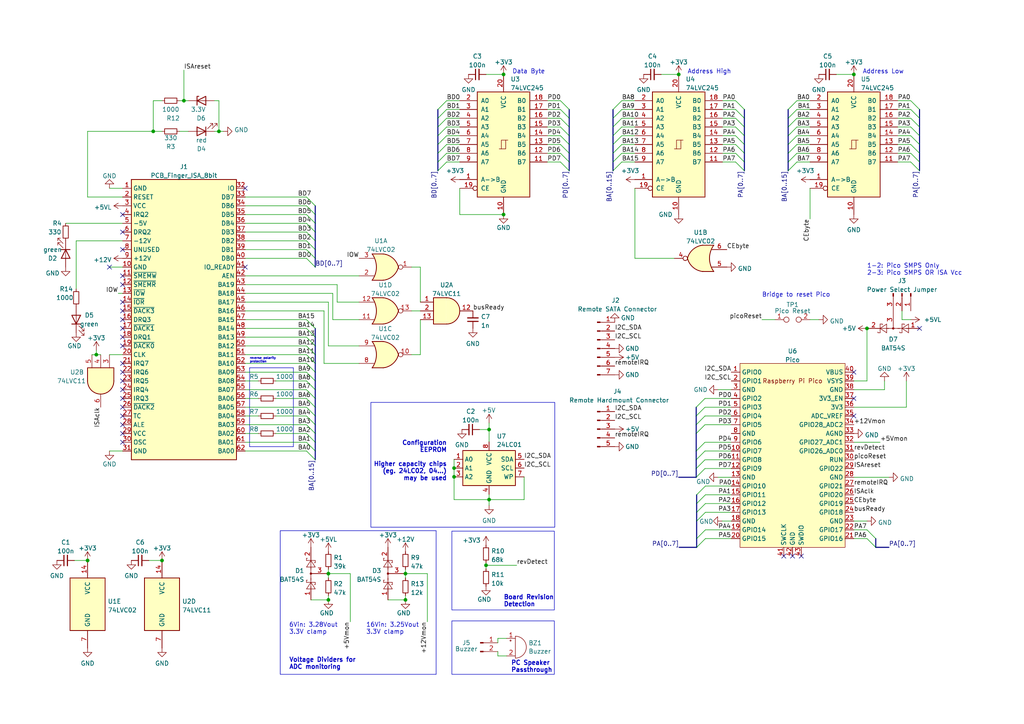
<source format=kicad_sch>
(kicad_sch (version 20230121) (generator eeschema)
  (paper "A4")
  (title_block (title "PicoPOST v1.1") (date "2024-01-21") (rev "0.8") (company "The Retro Web Community") (comment 1 "Schematic by Matthew Petry (fireTwoOneNine) and other contributors"))
  (junction (at 25.4 162.56))
  (junction (at 117.602 166.37))
  (junction (at 44.45 38.1))
  (junction (at 196.85 21.59))
  (junction (at 46.99 162.56))
  (junction (at 141.859 124.587))
  (junction (at 117.602 173.99))
  (junction (at 63.5 38.1))
  (junction (at 95.25 173.99))
  (junction (at 247.65 21.59))
  (junction (at 53.34 29.21))
  (junction (at 140.97 163.957))
  (junction (at 146.05 21.59))
  (junction (at 27.94 102.87))
  (junction (at 251.46 95.25))
  (junction (at 131.699 138.303))
  (junction (at 95.25 166.37))
  (junction (at 131.699 135.763))
  (junction (at 146.05 62.23))
  (junction (at 141.859 144.907))
  (no_connect (at 35.56 107.95))
  (no_connect (at 31.75 77.47))
  (no_connect (at 35.56 97.79))
  (no_connect (at 71.12 77.47))
  (no_connect (at 71.12 54.61))
  (no_connect (at 35.56 115.57))
  (no_connect (at 35.56 80.01))
  (no_connect (at 247.65 115.57))
  (no_connect (at 35.56 110.49))
  (no_connect (at 35.56 120.65))
  (no_connect (at 35.56 92.71))
  (no_connect (at 35.56 105.41))
  (no_connect (at 35.56 123.19))
  (no_connect (at 35.56 118.11))
  (no_connect (at 35.56 100.33))
  (no_connect (at 35.56 87.63))
  (no_connect (at 35.56 128.27))
  (no_connect (at 227.33 161.29))
  (no_connect (at 229.87 161.29))
  (no_connect (at 232.41 161.29))
  (no_connect (at 266.7 95.25))
  (no_connect (at 247.65 120.65))
  (no_connect (at 35.56 125.73))
  (no_connect (at 35.56 82.55))
  (no_connect (at 35.56 62.23))
  (no_connect (at 35.56 90.17))
  (no_connect (at 35.56 95.25))
  (no_connect (at 35.56 72.39))
  (no_connect (at 247.65 107.95))
  (no_connect (at 35.56 113.03))
  (no_connect (at 35.56 67.31))
  (bus_entry (at 213.36 36.83) (size 2.54 2.54))
  (bus_entry (at 213.36 34.29) (size 2.54 2.54))
  (bus_entry (at 264.16 34.29) (size 2.54 2.54))
  (bus_entry (at 88.9 59.69) (size 2.54 2.54))
  (bus_entry (at 231.14 44.45) (size -2.54 2.54))
  (bus_entry (at 213.36 46.99) (size 2.54 2.54))
  (bus_entry (at 264.16 41.91) (size 2.54 2.54))
  (bus_entry (at 213.36 29.21) (size 2.54 2.54))
  (bus_entry (at 88.9 128.27) (size 2.54 2.54))
  (bus_entry (at 88.9 113.03) (size 2.54 2.54))
  (bus_entry (at 231.14 31.75) (size -2.54 2.54))
  (bus_entry (at 213.36 39.37) (size 2.54 2.54))
  (bus_entry (at 231.14 39.37) (size -2.54 2.54))
  (bus_entry (at 231.14 46.99) (size -2.54 2.54))
  (bus_entry (at 202.057 151.13) (size 2.54 -2.54))
  (bus_entry (at 88.9 118.11) (size 2.54 2.54))
  (bus_entry (at 88.9 72.39) (size 2.54 2.54))
  (bus_entry (at 202.057 146.05) (size 2.54 -2.54))
  (bus_entry (at 264.16 29.21) (size 2.54 2.54))
  (bus_entry (at 129.54 46.99) (size -2.54 2.54))
  (bus_entry (at 129.54 44.45) (size -2.54 2.54))
  (bus_entry (at 129.54 34.29) (size -2.54 2.54))
  (bus_entry (at 129.54 36.83) (size -2.54 2.54))
  (bus_entry (at 129.54 39.37) (size -2.54 2.54))
  (bus_entry (at 129.54 41.91) (size -2.54 2.54))
  (bus_entry (at 88.9 105.41) (size 2.54 2.54))
  (bus_entry (at 129.54 31.75) (size -2.54 2.54))
  (bus_entry (at 88.9 67.31) (size 2.54 2.54))
  (bus_entry (at 88.9 110.49) (size 2.54 2.54))
  (bus_entry (at 180.34 46.99) (size -2.54 2.54))
  (bus_entry (at 180.34 44.45) (size -2.54 2.54))
  (bus_entry (at 180.34 39.37) (size -2.54 2.54))
  (bus_entry (at 180.34 41.91) (size -2.54 2.54))
  (bus_entry (at 180.34 31.75) (size -2.54 2.54))
  (bus_entry (at 180.34 34.29) (size -2.54 2.54))
  (bus_entry (at 180.34 29.21) (size -2.54 2.54))
  (bus_entry (at 180.34 36.83) (size -2.54 2.54))
  (bus_entry (at 88.9 115.57) (size 2.54 2.54))
  (bus_entry (at 88.9 100.33) (size 2.54 2.54))
  (bus_entry (at 264.16 39.37) (size 2.54 2.54))
  (bus_entry (at 264.16 44.45) (size 2.54 2.54))
  (bus_entry (at 88.9 92.71) (size 2.54 2.54))
  (bus_entry (at 213.36 44.45) (size 2.54 2.54))
  (bus_entry (at 88.9 102.87) (size 2.54 2.54))
  (bus_entry (at 204.597 156.21) (size -2.54 2.54))
  (bus_entry (at 204.597 153.67) (size -2.54 2.54))
  (bus_entry (at 88.9 95.25) (size 2.54 2.54))
  (bus_entry (at 88.9 69.85) (size 2.54 2.54))
  (bus_entry (at 231.14 41.91) (size -2.54 2.54))
  (bus_entry (at 201.93 130.81) (size 2.54 -2.54))
  (bus_entry (at 201.93 125.73) (size 2.54 -2.54))
  (bus_entry (at 201.93 133.35) (size 2.54 -2.54))
  (bus_entry (at 201.93 118.11) (size 2.54 -2.54))
  (bus_entry (at 201.93 123.19) (size 2.54 -2.54))
  (bus_entry (at 201.93 120.65) (size 2.54 -2.54))
  (bus_entry (at 201.93 138.43) (size 2.54 -2.54))
  (bus_entry (at 201.93 135.89) (size 2.54 -2.54))
  (bus_entry (at 162.56 41.91) (size 2.54 2.54))
  (bus_entry (at 162.56 29.21) (size 2.54 2.54))
  (bus_entry (at 162.56 31.75) (size 2.54 2.54))
  (bus_entry (at 162.56 34.29) (size 2.54 2.54))
  (bus_entry (at 162.56 36.83) (size 2.54 2.54))
  (bus_entry (at 162.56 39.37) (size 2.54 2.54))
  (bus_entry (at 162.56 44.45) (size 2.54 2.54))
  (bus_entry (at 162.56 46.99) (size 2.54 2.54))
  (bus_entry (at 264.16 36.83) (size 2.54 2.54))
  (bus_entry (at 202.057 148.59) (size 2.54 -2.54))
  (bus_entry (at 88.9 64.77) (size 2.54 2.54))
  (bus_entry (at 88.9 130.81) (size 2.54 2.54))
  (bus_entry (at 88.9 57.15) (size 2.54 2.54))
  (bus_entry (at 88.9 62.23) (size 2.54 2.54))
  (bus_entry (at 88.9 97.79) (size 2.54 2.54))
  (bus_entry (at 202.057 143.51) (size 2.54 -2.54))
  (bus_entry (at 264.16 46.99) (size 2.54 2.54))
  (bus_entry (at 264.16 31.75) (size 2.54 2.54))
  (bus_entry (at 231.14 29.21) (size -2.54 2.54))
  (bus_entry (at 88.9 123.19) (size 2.54 2.54))
  (bus_entry (at 251.46 156.21) (size 2.54 2.54))
  (bus_entry (at 251.46 153.67) (size 2.54 2.54))
  (bus_entry (at 127 31.75) (size 2.54 -2.54))
  (bus_entry (at 213.36 41.91) (size 2.54 2.54))
  (bus_entry (at 88.9 120.65) (size 2.54 2.54))
  (bus_entry (at 213.36 31.75) (size 2.54 2.54))
  (bus_entry (at 88.9 125.73) (size 2.54 2.54))
  (bus_entry (at 231.14 36.83) (size -2.54 2.54))
  (bus_entry (at 88.9 107.95) (size 2.54 2.54))
  (bus_entry (at 231.14 34.29) (size -2.54 2.54))
  (bus_entry (at 88.9 74.93) (size 2.54 2.54))
  (wire (pts (xy 101.6 166.37) (xy 101.6 180.34)))
  (wire (pts (xy 71.12 118.11) (xy 88.9 118.11)))
  (wire (pts (xy 117.602 173.99) (xy 117.602 172.72)))
  (bus (pts (xy 165.1 36.83) (xy 165.1 39.37)))
  (wire (pts (xy 80.01 120.65) (xy 88.9 120.65)))
  (wire (pts (xy 140.97 21.59) (xy 146.05 21.59)))
  (polyline (pts (xy 72.39 106.68) (xy 72.39 129.54)))
  (wire (pts (xy 31.75 54.61) (xy 35.56 54.61)))
  (wire (pts (xy 62.23 38.1) (xy 63.5 38.1)))
  (wire (pts (xy 96.52 85.09) (xy 96.52 92.71)))
  (wire (pts (xy 251.46 153.67) (xy 247.65 153.67)))
  (wire (pts (xy 71.12 125.73) (xy 74.93 125.73)))
  (wire (pts (xy 95.25 166.37) (xy 101.6 166.37)))
  (wire (pts (xy 71.12 85.09) (xy 96.52 85.09)))
  (wire (pts (xy 95.25 173.99) (xy 95.25 172.72)))
  (bus (pts (xy 91.44 110.49) (xy 91.44 113.03)))
  (wire (pts (xy 31.75 77.47) (xy 35.56 77.47)))
  (bus (pts (xy 91.44 120.65) (xy 91.44 123.19)))
  (bus (pts (xy 91.44 125.73) (xy 91.44 128.27)))
  (wire (pts (xy 158.75 41.91) (xy 162.56 41.91)))
  (wire (pts (xy 71.12 110.49) (xy 74.93 110.49)))
  (wire (pts (xy 247.65 151.13) (xy 251.46 151.13)))
  (wire (pts (xy 180.34 41.91) (xy 184.15 41.91)))
  (bus (pts (xy 201.93 133.35) (xy 201.93 135.89)))
  (wire (pts (xy 209.55 29.21) (xy 213.36 29.21)))
  (wire (pts (xy 231.14 44.45) (xy 234.95 44.45)))
  (wire (pts (xy 133.35 54.61) (xy 133.35 62.23)))
  (wire (pts (xy 71.12 120.65) (xy 74.93 120.65)))
  (wire (pts (xy 231.14 39.37) (xy 234.95 39.37)))
  (bus (pts (xy 266.7 34.29) (xy 266.7 36.83)))
  (wire (pts (xy 71.12 113.03) (xy 88.9 113.03)))
  (wire (pts (xy 158.75 44.45) (xy 162.56 44.45)))
  (wire (pts (xy 35.56 85.09) (xy 34.29 85.09)))
  (bus (pts (xy 91.44 130.81) (xy 91.44 133.35)))
  (wire (pts (xy 204.47 133.35) (xy 212.09 133.35)))
  (bus (pts (xy 91.44 105.41) (xy 91.44 107.95)))
  (wire (pts (xy 71.12 74.93) (xy 88.9 74.93)))
  (wire (pts (xy 204.47 118.11) (xy 212.09 118.11)))
  (wire (pts (xy 71.12 90.17) (xy 93.98 90.17)))
  (wire (pts (xy 93.98 105.41) (xy 104.14 105.41)))
  (bus (pts (xy 196.977 158.75) (xy 202.057 158.75)))
  (bus (pts (xy 215.9 31.75) (xy 215.9 34.29)))
  (wire (pts (xy 71.12 59.69) (xy 88.9 59.69)))
  (wire (pts (xy 95.25 87.63) (xy 95.25 100.33)))
  (bus (pts (xy 91.44 67.31) (xy 91.44 64.77)))
  (bus (pts (xy 91.44 69.85) (xy 91.44 67.31)))
  (bus (pts (xy 165.1 46.99) (xy 165.1 49.53)))
  (wire (pts (xy 242.57 21.59) (xy 247.65 21.59)))
  (wire (pts (xy 71.12 80.01) (xy 104.14 80.01)))
  (wire (pts (xy 71.12 72.39) (xy 88.9 72.39)))
  (bus (pts (xy 127 44.45) (xy 127 46.99)))
  (wire (pts (xy 234.95 54.61) (xy 234.95 63.5)))
  (wire (pts (xy 180.34 29.21) (xy 184.15 29.21)))
  (wire (pts (xy 97.79 82.55) (xy 71.12 82.55)))
  (wire (pts (xy 204.47 115.57) (xy 212.09 115.57)))
  (bus (pts (xy 202.057 151.13) (xy 202.057 156.21)))
  (wire (pts (xy 247.65 138.43) (xy 257.81 138.43)))
  (wire (pts (xy 71.12 130.81) (xy 88.9 130.81)))
  (wire (pts (xy 131.699 133.223) (xy 131.699 135.763)))
  (wire (pts (xy 260.35 44.45) (xy 264.16 44.45)))
  (wire (pts (xy 180.34 34.29) (xy 184.15 34.29)))
  (wire (pts (xy 158.75 46.99) (xy 162.56 46.99)))
  (bus (pts (xy 177.8 46.99) (xy 177.8 49.53)))
  (wire (pts (xy 209.55 39.37) (xy 213.36 39.37)))
  (wire (pts (xy 62.23 29.21) (xy 63.5 29.21)))
  (wire (pts (xy 71.12 92.71) (xy 88.9 92.71)))
  (wire (pts (xy 140.97 163.957) (xy 140.97 164.973)))
  (bus (pts (xy 266.7 31.75) (xy 266.7 34.29)))
  (wire (pts (xy 260.35 41.91) (xy 264.16 41.91)))
  (bus (pts (xy 215.9 46.99) (xy 215.9 49.53)))
  (wire (pts (xy 129.54 41.91) (xy 133.35 41.91)))
  (wire (pts (xy 261.62 90.17) (xy 261.62 92.71)))
  (wire (pts (xy 119.38 77.47) (xy 121.92 77.47)))
  (wire (pts (xy 209.55 44.45) (xy 213.36 44.45)))
  (wire (pts (xy 152.019 138.303) (xy 152.019 144.907)))
  (wire (pts (xy 43.18 162.56) (xy 46.99 162.56)))
  (wire (pts (xy 46.99 29.21) (xy 44.45 29.21)))
  (wire (pts (xy 204.47 123.19) (xy 212.09 123.19)))
  (wire (pts (xy 133.35 62.23) (xy 146.05 62.23)))
  (bus (pts (xy 127 39.37) (xy 127 41.91)))
  (bus (pts (xy 177.8 31.75) (xy 177.8 34.29)))
  (wire (pts (xy 25.4 57.15) (xy 35.56 57.15)))
  (wire (pts (xy 208.28 138.43) (xy 212.09 138.43)))
  (bus (pts (xy 165.1 39.37) (xy 165.1 41.91)))
  (wire (pts (xy 27.94 102.87) (xy 29.21 102.87)))
  (wire (pts (xy 54.61 38.1) (xy 52.07 38.1)))
  (wire (pts (xy 180.34 39.37) (xy 184.15 39.37)))
  (wire (pts (xy 46.99 38.1) (xy 44.45 38.1)))
  (wire (pts (xy 204.47 130.81) (xy 212.09 130.81)))
  (bus (pts (xy 127 31.75) (xy 127 34.29)))
  (wire (pts (xy 71.12 100.33) (xy 88.9 100.33)))
  (bus (pts (xy 202.057 148.59) (xy 202.057 151.13)))
  (wire (pts (xy 140.97 163.195) (xy 140.97 163.957)))
  (wire (pts (xy 71.12 69.85) (xy 88.9 69.85)))
  (wire (pts (xy 71.12 105.41) (xy 88.9 105.41)))
  (bus (pts (xy 196.85 138.43) (xy 201.93 138.43)))
  (wire (pts (xy 35.56 69.85) (xy 22.098 69.85)))
  (wire (pts (xy 25.4 38.1) (xy 44.45 38.1)))
  (bus (pts (xy 254 156.21) (xy 254 158.75)))
  (bus (pts (xy 201.93 135.89) (xy 201.93 138.43)))
  (wire (pts (xy 204.597 156.21) (xy 212.09 156.21)))
  (wire (pts (xy 184.15 74.93) (xy 195.58 74.93)))
  (wire (pts (xy 231.14 36.83) (xy 234.95 36.83)))
  (wire (pts (xy 71.12 97.79) (xy 88.9 97.79)))
  (wire (pts (xy 80.01 115.57) (xy 88.9 115.57)))
  (bus (pts (xy 202.057 156.21) (xy 202.057 158.75)))
  (wire (pts (xy 129.54 44.45) (xy 133.35 44.45)))
  (wire (pts (xy 54.61 29.21) (xy 53.34 29.21)))
  (wire (pts (xy 95.25 166.37) (xy 95.25 167.64)))
  (wire (pts (xy 209.55 34.29) (xy 213.36 34.29)))
  (wire (pts (xy 158.75 39.37) (xy 162.56 39.37)))
  (bus (pts (xy 91.44 64.77) (xy 91.44 62.23)))
  (wire (pts (xy 191.77 21.59) (xy 196.85 21.59)))
  (wire (pts (xy 141.859 122.682) (xy 141.859 124.587)))
  (wire (pts (xy 212.09 151.13) (xy 209.423 151.13)))
  (bus (pts (xy 266.7 39.37) (xy 266.7 41.91)))
  (bus (pts (xy 228.6 39.37) (xy 228.6 41.91)))
  (bus (pts (xy 266.7 41.91) (xy 266.7 44.45)))
  (bus (pts (xy 177.8 41.91) (xy 177.8 44.45)))
  (wire (pts (xy 95.25 100.33) (xy 104.14 100.33)))
  (polyline (pts (xy 126.492 153.924) (xy 126.492 195.58)))
  (bus (pts (xy 91.44 62.23) (xy 91.44 59.69)))
  (wire (pts (xy 31.75 130.81) (xy 35.56 130.81)))
  (bus (pts (xy 91.44 102.87) (xy 91.44 105.41)))
  (wire (pts (xy 204.47 120.65) (xy 212.09 120.65)))
  (bus (pts (xy 228.6 31.75) (xy 228.6 34.29)))
  (wire (pts (xy 71.12 115.57) (xy 74.93 115.57)))
  (wire (pts (xy 22.098 69.85) (xy 22.098 83.82)))
  (wire (pts (xy 212.09 140.97) (xy 204.597 140.97)))
  (wire (pts (xy 141.859 146.558) (xy 141.859 144.907)))
  (bus (pts (xy 91.44 95.25) (xy 91.44 97.79)))
  (wire (pts (xy 71.12 107.95) (xy 88.9 107.95)))
  (wire (pts (xy 204.47 135.89) (xy 212.09 135.89)))
  (wire (pts (xy 152.019 144.907) (xy 141.859 144.907)))
  (bus (pts (xy 215.9 44.45) (xy 215.9 46.99)))
  (wire (pts (xy 93.98 90.17) (xy 93.98 105.41)))
  (wire (pts (xy 231.14 29.21) (xy 234.95 29.21)))
  (wire (pts (xy 209.55 31.75) (xy 213.36 31.75)))
  (wire (pts (xy 129.54 36.83) (xy 133.35 36.83)))
  (bus (pts (xy 201.93 130.81) (xy 201.93 133.35)))
  (bus (pts (xy 91.44 100.33) (xy 91.44 102.87)))
  (bus (pts (xy 165.1 41.91) (xy 165.1 44.45)))
  (wire (pts (xy 180.34 31.75) (xy 184.15 31.75)))
  (polyline (pts (xy 81.28 153.924) (xy 126.492 153.924)))
  (wire (pts (xy 141.859 124.587) (xy 141.859 128.143)))
  (wire (pts (xy 251.46 156.21) (xy 247.65 156.21)))
  (wire (pts (xy 149.86 163.957) (xy 140.97 163.957)))
  (wire (pts (xy 141.859 144.907) (xy 141.859 143.383)))
  (wire (pts (xy 71.12 64.77) (xy 88.9 64.77)))
  (bus (pts (xy 266.7 46.99) (xy 266.7 49.53)))
  (wire (pts (xy 129.54 39.37) (xy 133.35 39.37)))
  (wire (pts (xy 117.602 166.37) (xy 117.602 167.64)))
  (bus (pts (xy 127 36.83) (xy 127 39.37)))
  (wire (pts (xy 256.54 113.03) (xy 256.54 110.49)))
  (bus (pts (xy 91.44 97.79) (xy 91.44 100.33)))
  (wire (pts (xy 231.14 46.99) (xy 234.95 46.99)))
  (wire (pts (xy 71.12 67.31) (xy 88.9 67.31)))
  (bus (pts (xy 266.7 44.45) (xy 266.7 46.99)))
  (wire (pts (xy 231.14 31.75) (xy 234.95 31.75)))
  (bus (pts (xy 215.9 39.37) (xy 215.9 41.91)))
  (bus (pts (xy 91.44 72.39) (xy 91.44 69.85)))
  (bus (pts (xy 266.7 36.83) (xy 266.7 39.37)))
  (polyline (pts (xy 72.39 106.68) (xy 85.09 106.68)))
  (wire (pts (xy 71.12 57.15) (xy 88.9 57.15)))
  (wire (pts (xy 71.12 95.25) (xy 88.9 95.25)))
  (wire (pts (xy 119.38 90.17) (xy 121.92 90.17)))
  (wire (pts (xy 27.94 102.87) (xy 26.67 102.87)))
  (wire (pts (xy 129.54 31.75) (xy 133.35 31.75)))
  (wire (pts (xy 97.79 87.63) (xy 97.79 82.55)))
  (bus (pts (xy 202.057 143.51) (xy 202.057 146.05)))
  (bus (pts (xy 228.6 46.99) (xy 228.6 49.53)))
  (polyline (pts (xy 72.39 129.54) (xy 85.09 129.54)))
  (wire (pts (xy 180.34 36.83) (xy 184.15 36.83)))
  (bus (pts (xy 228.6 41.91) (xy 228.6 44.45)))
  (wire (pts (xy 121.92 102.87) (xy 121.92 92.71)))
  (wire (pts (xy 247.65 113.03) (xy 256.54 113.03)))
  (wire (pts (xy 261.62 92.71) (xy 264.16 92.71)))
  (wire (pts (xy 129.54 34.29) (xy 133.35 34.29)))
  (wire (pts (xy 96.52 92.71) (xy 104.14 92.71)))
  (wire (pts (xy 260.35 39.37) (xy 264.16 39.37)))
  (bus (pts (xy 91.44 128.27) (xy 91.44 130.81)))
  (bus (pts (xy 228.6 36.83) (xy 228.6 39.37)))
  (wire (pts (xy 212.09 148.59) (xy 204.597 148.59)))
  (wire (pts (xy 212.09 146.05) (xy 204.597 146.05)))
  (wire (pts (xy 180.34 44.45) (xy 184.15 44.45)))
  (wire (pts (xy 158.75 29.21) (xy 162.56 29.21)))
  (wire (pts (xy 129.54 29.21) (xy 133.35 29.21)))
  (bus (pts (xy 127 34.29) (xy 127 36.83)))
  (wire (pts (xy 131.699 144.907) (xy 141.859 144.907)))
  (wire (pts (xy 247.65 128.27) (xy 255.27 128.27)))
  (wire (pts (xy 117.602 165.1) (xy 117.602 166.37)))
  (polyline (pts (xy 81.28 195.58) (xy 126.492 195.58)))
  (wire (pts (xy 158.75 36.83) (xy 162.56 36.83)))
  (bus (pts (xy 215.9 41.91) (xy 215.9 44.45)))
  (bus (pts (xy 177.8 36.83) (xy 177.8 39.37)))
  (bus (pts (xy 91.44 77.47) (xy 91.44 74.93)))
  (wire (pts (xy 71.12 128.27) (xy 88.9 128.27)))
  (bus (pts (xy 202.057 146.05) (xy 202.057 148.59)))
  (bus (pts (xy 165.1 44.45) (xy 165.1 46.99)))
  (wire (pts (xy 212.09 143.51) (xy 204.597 143.51)))
  (wire (pts (xy 144.399 188.976) (xy 144.399 190.246)))
  (bus (pts (xy 177.8 44.45) (xy 177.8 46.99)))
  (bus (pts (xy 201.93 120.65) (xy 201.93 123.19)))
  (wire (pts (xy 139.065 124.587) (xy 141.859 124.587)))
  (bus (pts (xy 91.44 118.11) (xy 91.44 120.65)))
  (bus (pts (xy 228.6 44.45) (xy 228.6 46.99)))
  (bus (pts (xy 254 158.75) (xy 257.81 158.75)))
  (bus (pts (xy 215.9 34.29) (xy 215.9 36.83)))
  (bus (pts (xy 91.44 107.95) (xy 91.44 110.49)))
  (wire (pts (xy 180.34 46.99) (xy 184.15 46.99)))
  (wire (pts (xy 71.12 123.19) (xy 88.9 123.19)))
  (bus (pts (xy 177.8 39.37) (xy 177.8 41.91)))
  (wire (pts (xy 231.14 41.91) (xy 234.95 41.91)))
  (wire (pts (xy 144.399 186.436) (xy 144.399 185.166)))
  (wire (pts (xy 209.55 41.91) (xy 213.36 41.91)))
  (bus (pts (xy 91.44 74.93) (xy 91.44 72.39)))
  (wire (pts (xy 97.79 87.63) (xy 104.14 87.63)))
  (wire (pts (xy 19.05 64.77) (xy 35.56 64.77)))
  (wire (pts (xy 184.15 54.61) (xy 184.15 74.93)))
  (bus (pts (xy 201.93 125.73) (xy 201.93 130.81)))
  (wire (pts (xy 121.92 77.47) (xy 121.92 87.63)))
  (wire (pts (xy 251.46 110.49) (xy 251.46 95.25)))
  (wire (pts (xy 25.4 57.15) (xy 25.4 38.1)))
  (wire (pts (xy 262.89 118.11) (xy 247.65 118.11)))
  (bus (pts (xy 91.44 123.19) (xy 91.44 125.73)))
  (polyline (pts (xy 85.09 129.54) (xy 85.09 106.68)))
  (wire (pts (xy 119.38 102.87) (xy 121.92 102.87)))
  (wire (pts (xy 27.94 101.6) (xy 27.94 102.87)))
  (wire (pts (xy 123.952 166.37) (xy 123.952 180.34)))
  (wire (pts (xy 80.01 110.49) (xy 88.9 110.49)))
  (bus (pts (xy 165.1 34.29) (xy 165.1 36.83)))
  (wire (pts (xy 53.34 29.21) (xy 53.34 20.32)))
  (wire (pts (xy 234.95 92.71) (xy 237.49 92.71)))
  (wire (pts (xy 117.602 166.37) (xy 123.952 166.37)))
  (bus (pts (xy 201.93 118.11) (xy 201.93 120.65)))
  (wire (pts (xy 63.5 38.1) (xy 64.77 38.1)))
  (wire (pts (xy 260.35 34.29) (xy 264.16 34.29)))
  (wire (pts (xy 247.65 110.49) (xy 251.46 110.49)))
  (wire (pts (xy 53.34 29.21) (xy 52.07 29.21)))
  (wire (pts (xy 131.699 135.763) (xy 131.699 138.303)))
  (bus (pts (xy 177.8 34.29) (xy 177.8 36.83)))
  (wire (pts (xy 220.98 92.71) (xy 224.79 92.71)))
  (bus (pts (xy 228.6 34.29) (xy 228.6 36.83)))
  (wire (pts (xy 231.14 34.29) (xy 234.95 34.29)))
  (wire (pts (xy 204.47 128.27) (xy 212.09 128.27)))
  (wire (pts (xy 209.55 36.83) (xy 213.36 36.83)))
  (wire (pts (xy 158.75 34.29) (xy 162.56 34.29)))
  (wire (pts (xy 260.35 46.99) (xy 264.16 46.99)))
  (polyline (pts (xy 81.28 153.924) (xy 81.28 195.58)))
  (bus (pts (xy 165.1 31.75) (xy 165.1 34.29)))
  (wire (pts (xy 209.55 46.99) (xy 213.36 46.99)))
  (bus (pts (xy 127 46.99) (xy 127 49.53)))
  (bus (pts (xy 91.44 115.57) (xy 91.44 118.11)))
  (bus (pts (xy 201.93 123.19) (xy 201.93 125.73)))
  (wire (pts (xy 90.17 173.99) (xy 95.25 173.99)))
  (wire (pts (xy 144.399 190.246) (xy 146.939 190.246)))
  (bus (pts (xy 127 41.91) (xy 127 44.45)))
  (wire (pts (xy 112.522 173.99) (xy 117.602 173.99)))
  (wire (pts (xy 71.12 87.63) (xy 95.25 87.63)))
  (wire (pts (xy 158.75 31.75) (xy 162.56 31.75)))
  (wire (pts (xy 80.01 125.73) (xy 88.9 125.73)))
  (wire (pts (xy 44.45 38.1) (xy 44.45 29.21)))
  (wire (pts (xy 31.75 102.87) (xy 35.56 102.87)))
  (wire (pts (xy 95.25 165.1) (xy 95.25 166.37)))
  (wire (pts (xy 71.12 102.87) (xy 88.9 102.87)))
  (wire (pts (xy 204.597 153.67) (xy 212.09 153.67)))
  (wire (pts (xy 144.399 185.166) (xy 146.939 185.166)))
  (bus (pts (xy 215.9 36.83) (xy 215.9 39.37)))
  (bus (pts (xy 91.44 113.03) (xy 91.44 115.57)))
  (wire (pts (xy 129.54 46.99) (xy 133.35 46.99)))
  (wire (pts (xy 262.89 110.49) (xy 262.89 118.11)))
  (wire (pts (xy 260.35 36.83) (xy 264.16 36.83)))
  (wire (pts (xy 260.35 31.75) (xy 264.16 31.75)))
  (wire (pts (xy 71.12 62.23) (xy 88.9 62.23)))
  (wire (pts (xy 63.5 38.1) (xy 63.5 29.21)))
  (wire (pts (xy 131.699 138.303) (xy 131.699 144.907)))
  (wire (pts (xy 21.59 162.56) (xy 25.4 162.56)))
  (wire (pts (xy 208.28 113.03) (xy 212.09 113.03)))
  (wire (pts (xy 260.35 29.21) (xy 264.16 29.21)))
  (rectangle (start 131.064 180.086) (end 160.782 195.58))
  (rectangle (start 107.569 116.713) (end 160.909 152.908))
  (rectangle (start 131.064 154.051) (end 160.782 176.911))
  (text "6Vin: 3.28Vout\n3.3V clamp" (at 83.82 184.15 0) (effects (font (size 1.27 1.27)) (justify left bottom)))
  (text "Configuration\nEEPROM\n\nHigher capacity chips\n(eg. 24LC02, 04...)\nmay be used" (at 129.667 139.573 0) (effects (font (size 1.27 1.27) (thickness 0.254) bold) (justify right bottom)))
  (text "Board Revision\nDetection" (at 146.05 176.149 0) (effects (font (size 1.27 1.27) (thickness 0.254) bold) (justify left bottom)))
  (text "Voltage Dividers for\nADC monitoring" (at 83.82 194.31 0) (effects (font (size 1.27 1.27) (thickness 0.254) bold) (justify left bottom)))
  (text "reverse polarity\nprotection" (at 72.39 105.41 0) (effects (font (size 0.635 0.635)) (justify left bottom)))
  (text "Data Byte\n" (at 148.59 21.59 0) (effects (font (size 1.27 1.27)) (justify left bottom)))
  (text "Bridge to reset Pico" (at 220.98 86.36 0) (effects (font (size 1.27 1.27)) (justify left bottom)))
  (text "Address High" (at 199.39 21.59 0) (effects (font (size 1.27 1.27)) (justify left bottom)))
  (text "1-2: Pico SMPS Only\n2-3: Pico SMPS OR ISA Vcc" (at 251.46 80.01 0) (effects (font (size 1.27 1.27)) (justify left bottom)))
  (text "PC Speaker\nPassthrough\n" (at 148.209 195.199 0) (effects (font (size 1.27 1.27) (thickness 0.254) bold) (justify left bottom)))
  (text "Address Low" (at 250.19 21.59 0) (effects (font (size 1.27 1.27)) (justify left bottom)))
  (text "16Vin: 3.25Vout\n3.3V clamp" (at 106.172 184.15 0) (effects (font (size 1.27 1.27)) (justify left bottom)))
  (label "BA[0..15]" (at 91.44 133.35 270))
  (label "BD3" (at 129.54 36.83 0))
  (label "I2C_SCL" (at 152.019 135.763 0))
  (label "BA5" (at 231.14 41.91 0))
  (label "BA11" (at 86.36 102.87 0))
  (label "PA[0..7]" (at 266.7 49.53 270))
  (label "BD5" (at 86.36 62.23 0))
  (label "+5Vmon" (at 101.6 180.34 270))
  (label "PA2" (at 209.55 34.29 0))
  (label "PA0" (at 209.55 29.21 0))
  (label "BA8" (at 86.36 110.49 0))
  (label "PD0" (at 208.28 115.57 0))
  (label "BA7" (at 231.14 46.99 0))
  (label "BA3" (at 231.14 36.83 0))
  (label "PD5" (at 158.75 41.91 0))
  (label "ISAclk" (at 29.21 118.11 270))
  (label "ISAreset" (at 53.34 20.32 0))
  (label "PA[0..7]" (at 257.81 158.75 0))
  (label "BA14" (at 86.36 95.25 0))
  (label "BD6" (at 129.54 44.45 0))
  (label "BD0" (at 86.36 74.93 0))
  (label "CEbyte" (at 234.95 63.5 270))
  (label "PD2" (at 158.75 34.29 0))
  (label "revDetect" (at 247.65 130.81 0))
  (label "PA3" (at 208.28 148.59 0))
  (label "PD4" (at 208.28 128.27 0))
  (label "BA4" (at 86.36 120.65 0))
  (label "PA7" (at 247.65 153.67 0))
  (label "BD2" (at 86.36 69.85 0))
  (label "BA9" (at 86.36 107.95 0))
  (label "PA6" (at 247.65 156.21 0))
  (label "picoReset" (at 220.98 92.71 180))
  (label "PD1" (at 158.75 31.75 0))
  (label "BD[0..7]" (at 91.44 77.47 0))
  (label "I2C_SDA" (at 178.308 119.38 0))
  (label "BA8" (at 180.34 29.21 0))
  (label "I2C_SDA" (at 212.09 107.95 180))
  (label "BA6" (at 231.14 44.45 0))
  (label "BD0" (at 129.54 29.21 0))
  (label "remoteIRQ" (at 178.308 106.172 0))
  (label "PD3" (at 208.28 123.19 0))
  (label "BD3" (at 86.36 67.31 0))
  (label "PA4" (at 209.55 39.37 0))
  (label "+12Vmon" (at 123.952 180.34 270))
  (label "BD6" (at 86.36 59.69 0))
  (label "I2C_SCL" (at 178.308 98.552 0))
  (label "PD3" (at 158.75 36.83 0))
  (label "PA3" (at 260.35 36.83 0))
  (label "BA13" (at 86.36 97.79 0))
  (label "PA7" (at 209.55 46.99 0))
  (label "BA0" (at 231.14 29.21 0))
  (label "ISAreset" (at 247.65 135.89 0))
  (label "PD[0..7]" (at 165.1 49.53 270))
  (label "PA2" (at 260.35 34.29 0))
  (label "IOW" (at 104.14 74.93 180))
  (label "PD5" (at 208.28 130.81 0))
  (label "I2C_SDA" (at 178.308 96.012 0))
  (label "PD7" (at 208.28 135.89 0))
  (label "PD[0..7]" (at 196.85 138.43 180))
  (label "BD5" (at 129.54 41.91 0))
  (label "PA[0..7]" (at 215.9 49.53 270))
  (label "CEbyte" (at 247.65 146.05 0))
  (label "ISAclk" (at 247.65 143.51 0))
  (label "BA2" (at 231.14 34.29 0))
  (label "BA1" (at 86.36 128.27 0))
  (label "PA0" (at 260.35 29.21 0))
  (label "BA1" (at 231.322 31.75 0))
  (label "PA4" (at 260.35 39.37 0))
  (label "+12Vmon" (at 247.65 123.19 0))
  (label "BA14" (at 180.34 44.45 0))
  (label "BA15" (at 86.36 92.71 0))
  (label "BD2" (at 129.54 34.29 0))
  (label "busReady" (at 247.65 148.59 0))
  (label "PD6" (at 158.75 44.45 0))
  (label "BD7" (at 86.36 57.15 0))
  (label "PA1" (at 260.35 31.75 0))
  (label "PA1" (at 208.28 143.51 0))
  (label "remoteIRQ" (at 247.65 140.97 0))
  (label "BA4" (at 231.14 39.37 0))
  (label "BA11" (at 180.34 36.83 0))
  (label "BA0" (at 86.36 130.81 0))
  (label "PA3" (at 209.55 36.83 0))
  (label "BA6" (at 86.36 115.57 0))
  (label "I2C_SCL" (at 212.09 110.49 180))
  (label "BD1" (at 86.36 72.39 0))
  (label "BA7" (at 86.36 113.03 0))
  (label "BA5" (at 86.36 118.11 0))
  (label "IOW" (at 34.29 85.09 180))
  (label "PD2" (at 208.28 120.65 0))
  (label "PD1" (at 208.28 118.11 0))
  (label "BD4" (at 86.36 64.77 0))
  (label "BD1" (at 129.54 31.75 0))
  (label "BA10" (at 180.34 34.29 0))
  (label "BA[0..15]" (at 177.8 49.53 270))
  (label "BA12" (at 86.36 100.33 0))
  (label "PD4" (at 158.75 39.37 0))
  (label "I2C_SDA" (at 152.019 133.223 0))
  (label "PA2" (at 208.28 146.05 0))
  (label "BA10" (at 86.36 105.41 0))
  (label "PA[0..7]" (at 196.977 158.75 180))
  (label "BA9" (at 180.34 31.75 0))
  (label "BD4" (at 129.54 39.37 0))
  (label "PA7" (at 260.35 46.99 0))
  (label "PA4" (at 208.28 153.67 0))
  (label "BA[0..15]" (at 228.6 49.53 270))
  (label "BD[0..7]" (at 127 49.53 270))
  (label "PD7" (at 158.75 46.99 0))
  (label "PA6" (at 260.35 44.45 0))
  (label "BA2" (at 86.36 125.73 0))
  (label "busReady" (at 137.16 90.17 0))
  (label "PA0" (at 208.4558 140.97 0))
  (label "PA5" (at 209.55 41.91 0))
  (label "PA5" (at 260.35 41.91 0))
  (label "BA13" (at 180.34 41.91 0))
  (label "BA3" (at 86.36 123.19 0))
  (label "PD6" (at 208.28 133.35 0))
  (label "remoteIRQ" (at 178.308 127 0))
  (label "CEbyte" (at 210.82 72.39 0))
  (label "PA1" (at 209.55 31.75 0))
  (label "BD7" (at 129.54 46.99 0))
  (label "PD0" (at 158.75 29.21 0))
  (label "+5Vmon" (at 255.27 128.27 0))
  (label "BA15" (at 180.34 46.99 0))
  (label "PA6" (at 209.55 44.45 0))
  (label "revDetect" (at 149.86 163.957 0))
  (label "BA12" (at 180.34 39.37 0))
  (label "picoReset" (at 247.65 133.35 0))
  (label "PA5" (at 208.28 156.21 0))
  (label "I2C_SCL" (at 178.308 121.92 0))
  (symbol (lib_id "Device:R_Small") (at 77.47 125.73 270) (unit 1)
    (property "Reference" "R8" (at 73.66 124.46 90))
    (property "Value" "1000" (at 82.55 124.46 90))
    (property "Footprint" "Resistor_SMD:R_1206_3216Metric_Pad1.30x1.75mm_HandSolder" (effects hide))
  )
  (symbol (lib_id "Device:R_Small") (at 77.47 120.65 270) (unit 1)
    (property "Reference" "R7" (at 73.66 119.38 90))
    (property "Value" "1000" (at 82.55 119.38 90))
    (property "Footprint" "Resistor_SMD:R_1206_3216Metric_Pad1.30x1.75mm_HandSolder" (effects hide))
  )
  (symbol (lib_id "Device:R_Small") (at 77.47 115.57 270) (unit 1)
    (property "Reference" "R6" (at 73.66 114.3 90))
    (property "Value" "1000" (at 82.55 114.3 90))
    (property "Footprint" "Resistor_SMD:R_1206_3216Metric_Pad1.30x1.75mm_HandSolder" (effects hide))
  )
  (symbol (lib_id "Device:R_Small") (at 77.47 110.49 270) (unit 1)
    (property "Reference" "R5" (at 73.66 109.22 90))
    (property "Value" "1000" (at 82.55 109.22 90))
    (property "Footprint" "Resistor_SMD:R_1206_3216Metric_Pad1.30x1.75mm_HandSolder" (effects hide))
  )
  (symbol (lib_id "power:GND") (at 16.51 162.56 0) (unit 1)
    (property "Reference" "#PWR03" (effects hide))
    (property "Value" "GND" (at 16.51 167.0034 0))
  )
  (symbol (lib_id "Device:C_Small") (at 138.43 21.59 90) (unit 1)
    (property "Reference" "C3" (at 138.4363 16.3281 90))
    (property "Value" "100n" (at 138.4363 18.865 90))
    (property "Footprint" "Capacitor_SMD:C_1206_3216Metric_Pad1.33x1.80mm_HandSolder" (effects hide))
  )
  (symbol (lib_id "Device:R_Small") (at 49.53 29.21 270) (unit 1)
    (property "Reference" "R12" (at 48.26 34.29 90) (effects (justify left)))
    (property "Value" "1000" (at 46.99 31.75 90) (effects (justify left)))
    (property "Footprint" "Resistor_SMD:R_1206_3216Metric_Pad1.30x1.75mm_HandSolder" (effects hide))
  )
  (symbol (lib_id "power:GND") (at 146.05 62.23 0) (unit 1)
    (property "Reference" "#PWR07" (effects hide))
    (property "Value" "GND" (at 146.05 66.04 0))
  )
  (symbol (lib_id "power:GND") (at 208.28 138.43 270) (unit 1)
    (property "Reference" "#PWR0116" (effects hide))
    (property "Value" "GND" (at 201.93 139.7 90) (effects (justify left)))
  )
  (symbol (lib_id "power:GND") (at 22.098 96.52 0) (unit 1)
    (property "Reference" "#PWR023" (effects hide))
    (property "Value" "GND" (at 19.558 100.33 0) (effects (justify left)))
  )
  (symbol (lib_id "power:+3.3V") (at 112.522 158.75 0) (unit 1)
    (property "Reference" "#PWR031" (effects hide))
    (property "Value" "+3.3V" (at 112.522 155.1742 0))
  )
  (symbol (lib_id "power:GND") (at 186.69 21.59 0) (unit 1)
    (property "Reference" "#PWR0113" (effects hide))
    (property "Value" "GND" (at 186.69 26.0334 0))
  )
  (symbol (lib_id "Device:R_Small") (at 95.25 170.18 0) (unit 1)
    (property "Reference" "R2" (at 96.7486 169.3453 0) (effects (justify left)))
    (property "Value" "47k" (at 96.7486 171.8822 0) (effects (justify left)))
    (property "Footprint" "Resistor_SMD:R_1206_3216Metric_Pad1.30x1.75mm_HandSolder" (effects hide))
  )
  (symbol (lib_id "power:GND") (at 237.49 21.59 0) (unit 1)
    (property "Reference" "#PWR0112" (effects hide))
    (property "Value" "GND" (at 237.49 26.0334 0))
  )
  (symbol (lib_id "74xx:74LS02") (at 111.76 77.47 0) (mirror x) (unit 1)
    (property "Reference" "U1" (at 110.49 69.85 0))
    (property "Value" "74LVC02" (at 110.49 72.39 0))
    (property "Footprint" "Package_SO:SO-14_3.9x8.65mm_P1.27mm" (effects hide))
    (property "Datasheet" "http://www.ti.com/lit/gpn/sn74ls02" (effects hide))
  )
  (symbol (lib_id "Device:C_Small") (at 189.23 21.59 90) (unit 1)
    (property "Reference" "C4" (at 189.2363 16.3281 90))
    (property "Value" "100n" (at 189.2363 18.865 90))
    (property "Footprint" "Capacitor_SMD:C_1206_3216Metric_Pad1.33x1.80mm_HandSolder" (effects hide))
  )
  (symbol (lib_id "power:GND") (at 251.46 151.13 90) (unit 1)
    (property "Reference" "#PWR0109" (effects hide))
    (property "Value" "GND" (at 254.635 151.5638 90) (effects (justify right)))
  )
  (symbol (lib_id "power:+3.3V") (at 262.89 110.49 0) (unit 1)
    (property "Reference" "#PWR020" (effects hide))
    (property "Value" "+3.3V" (at 262.89 106.9142 0))
  )
  (symbol (lib_id "power:GND") (at 247.65 62.23 0) (unit 1)
    (property "Reference" "#PWR011" (effects hide))
    (property "Value" "GND" (at 247.65 66.6734 0))
  )
  (symbol (lib_id "Device:R_Small") (at 19.05 67.31 180) (unit 1)
    (property "Reference" "R4" (at 15.24 64.77 0) (effects (justify right)))
    (property "Value" "330" (at 13.97 67.31 0) (effects (justify right)))
    (property "Footprint" "Resistor_SMD:R_1206_3216Metric_Pad1.30x1.75mm_HandSolder" (effects hide))
  )
  (symbol (lib_id "power:GND") (at 19.05 77.47 0) (unit 1)
    (property "Reference" "#PWR021" (effects hide))
    (property "Value" "GND" (at 13.208 79.248 0) (effects (justify left)))
  )
  (symbol (lib_id "power:+3.3V") (at 140.97 158.115 0) (unit 1)
    (property "Reference" "#PWR018" (effects hide))
    (property "Value" "+3.3V" (at 136.779 156.718 0))
  )
  (symbol (lib_id "Device:LED") (at 22.098 92.71 90) (unit 1)
    (property "Reference" "D5" (at 25.908 91.44 90))
    (property "Value" "green" (at 25.908 93.98 90))
    (property "Footprint" "LED_THT:LED_D3.0mm" (effects hide))
  )
  (symbol (lib_id "74xx:74HC02") (at 111.76 102.87 0) (mirror x) (unit 3)
    (property "Reference" "U1" (at 111.76 95.3602 0))
    (property "Value" "74LVC02" (at 111.76 97.8971 0))
    (property "Footprint" "Package_SO:SO-14_3.9x8.65mm_P1.27mm" (effects hide))
    (property "Datasheet" "http://www.ti.com/lit/gpn/sn74hc02" (effects hide))
  )
  (symbol (lib_id "Diode:BAT54S") (at 259.08 95.25 180) (unit 1)
    (property "Reference" "D7" (at 259.08 98.4234 0))
    (property "Value" "BAT54S" (at 259.08 100.9603 0))
    (property "Footprint" "Package_TO_SOT_SMD:SOT-23_Handsoldering" (effects hide))
    (property "Datasheet" "https://www.diodes.com/assets/Datasheets/ds11005.pdf" (effects hide))
  )
  (symbol (lib_id "74xx:74HC02") (at 111.76 90.17 0) (mirror x) (unit 4)
    (property "Reference" "U1" (at 111.76 82.6602 0))
    (property "Value" "74LVC02" (at 111.76 85.1971 0))
    (property "Footprint" "Package_SO:SO-14_3.9x8.65mm_P1.27mm" (effects hide))
    (property "Datasheet" "http://www.ti.com/lit/gpn/sn74hc02" (effects hide))
  )
  (symbol (lib_id "Device:C_Small") (at 136.525 124.587 270) (mirror x) (unit 1)
    (property "Reference" "C2" (at 136.5187 119.3251 90))
    (property "Value" "100n" (at 136.5187 121.862 90))
    (property "Footprint" "Capacitor_SMD:C_1206_3216Metric_Pad1.33x1.80mm_HandSolder" (effects hide))
  )
  (symbol (lib_id "Device:R_Small") (at 117.602 162.56 0) (unit 1)
    (property "Reference" "R9" (at 119.1006 161.7253 0) (effects (justify left)))
    (property "Value" "47k" (at 119.1006 164.2622 0) (effects (justify left)))
    (property "Footprint" "Resistor_SMD:R_1206_3216Metric_Pad1.30x1.75mm_HandSolder" (effects hide))
  )
  (symbol (lib_id "Device:R_Small") (at 140.97 160.655 0) (unit 1)
    (property "Reference" "R10" (at 142.4686 159.8203 0) (effects (justify left)))
    (property "Value" "68k" (at 142.4686 162.3572 0) (effects (justify left)))
    (property "Footprint" "Resistor_SMD:R_1206_3216Metric_Pad1.30x1.75mm_HandSolder" (effects hide))
  )
  (symbol (lib_id "power:+3.3V") (at 234.95 52.07 90) (unit 1)
    (property "Reference" "#PWR010" (effects hide))
    (property "Value" "+3.3V" (at 236.22 49.53 90) (effects (justify left)))
  )
  (symbol (lib_id "Diode:BAT54S") (at 112.522 166.37 90) (unit 1)
    (property "Reference" "D3" (at 110.617 165.5353 90) (effects (justify left)))
    (property "Value" "BAT54S" (at 110.617 168.0722 90) (effects (justify left)))
    (property "Footprint" "Package_TO_SOT_SMD:SOT-23_Handsoldering" (effects hide))
    (property "Datasheet" "https://www.diodes.com/assets/Datasheets/ds11005.pdf" (effects hide))
  )
  (symbol (lib_id "ISAfinger:PCB_Finger_ISA_8bit") (at 53.34 92.71 0) (unit 1)
    (property "Reference" "J1" (at 53.34 48.3702 0))
    (property "Value" "PCB_Finger_ISA_8bit" (at 53.34 50.9071 0))
    (property "Footprint" "IDEcardedge:BUS_IDE8" (effects hide))
    (property "Datasheet" "https://en.wikipedia.org/wiki/Industry_Standard_Architecture" (effects hide))
  )
  (symbol (lib_id "74xx:74LS11") (at 129.54 90.17 0) (unit 1)
    (property "Reference" "U2" (at 129.54 82.6602 0))
    (property "Value" "74LVC11" (at 129.54 85.1971 0))
    (property "Footprint" "Package_SO:SO-14_3.9x8.65mm_P1.27mm" (effects hide))
    (property "Datasheet" "http://www.ti.com/lit/gpn/sn74LS11" (effects hide))
  )
  (symbol (lib_id "power:GND") (at 256.54 110.49 180) (unit 1)
    (property "Reference" "#PWR019" (effects hide))
    (property "Value" "GND" (at 256.54 106.9142 0))
  )
  (symbol (lib_id "Device:LED") (at 19.05 73.66 270) (unit 1)
    (property "Reference" "D2" (at 15.24 74.93 90))
    (property "Value" "green" (at 15.24 72.39 90))
    (property "Footprint" "LED_THT:LED_D3.0mm" (effects hide))
  )
  (symbol (lib_id "power:GND") (at 141.859 146.558 0) (unit 1)
    (property "Reference" "#PWR030" (effects hide))
    (property "Value" "GND" (at 141.859 151.0014 0))
  )
  (symbol (lib_id "power:GND") (at 31.75 54.61 180) (unit 1)
    (property "Reference" "#PWR05" (effects hide))
    (property "Value" "GND" (at 31.75 51.0342 0))
  )
  (symbol (lib_id "power:GND") (at 208.28 113.03 270) (unit 1)
    (property "Reference" "#PWR0107" (effects hide))
    (property "Value" "GND" (at 203.2 113.03 90))
  )
  (symbol (lib_id "power:+5VL") (at 35.56 59.69 90) (unit 1)
    (property "Reference" "#PWR017" (effects hide))
    (property "Value" "+5VL" (at 32.385 60.1238 90) (effects (justify left)))
  )
  (symbol (lib_id "power:+5V") (at 178.308 103.632 270) (unit 1)
    (property "Reference" "#PWR015" (effects hide))
    (property "Value" "+5V" (at 183.388 103.632 90))
  )
  (symbol (lib_id "power:+3.3V") (at 247.65 21.59 0) (unit 1)
    (property "Reference" "#PWR014" (effects hide))
    (property "Value" "+3.3V" (at 247.65 18.0142 0))
  )
  (symbol (lib_id "Device:R_Small") (at 95.25 162.56 0) (unit 1)
    (property "Reference" "R1" (at 96.7486 161.7253 0) (effects (justify left)))
    (property "Value" "39k" (at 96.7486 164.2622 0) (effects (justify left)))
    (property "Footprint" "Resistor_SMD:R_1206_3216Metric_Pad1.30x1.75mm_HandSolder" (effects hide))
  )
  (symbol (lib_id "Device:C_Small") (at 19.05 162.56 90) (unit 1)
    (property "Reference" "C1" (at 19.0563 157.2981 90))
    (property "Value" "100n" (at 19.0563 159.835 90))
    (property "Footprint" "Capacitor_SMD:C_1206_3216Metric_Pad1.33x1.80mm_HandSolder" (effects hide))
  )
  (symbol (lib_id "74xx:74LS02") (at 203.2 74.93 180) (unit 2)
    (property "Reference" "U1" (at 203.2 67.4202 0))
    (property "Value" "74LVC02" (at 203.2 69.9571 0))
    (property "Footprint" "Package_SO:SO-14_3.9x8.65mm_P1.27mm" (effects hide))
    (property "Datasheet" "http://www.ti.com/lit/gpn/sn74ls02" (effects hide))
  )
  (symbol (lib_id "power:+5VL") (at 264.16 92.71 270) (unit 1)
    (property "Reference" "#PWR037" (effects hide))
    (property "Value" "+5VL" (at 270.51 92.71 90))
  )
  (symbol (lib_id "power:GND") (at 38.1 162.56 0) (unit 1)
    (property "Reference" "#PWR0104" (effects hide))
    (property "Value" "GND" (at 38.1 167.0034 0))
  )
  (symbol (lib_id "power:+3.3V") (at 184.15 52.07 90) (unit 1)
    (property "Reference" "#PWR08" (effects hide))
    (property "Value" "+3.3V" (at 185.42 49.53 90) (effects (justify left)))
  )
  (symbol (lib_id "power:GND") (at 117.602 173.99 0) (unit 1)
    (property "Reference" "#PWR033" (effects hide))
    (property "Value" "GND" (at 115.062 177.8 0) (effects (justify left)))
  )
  (symbol (lib_id "power:+3V3") (at 27.94 101.6 0) (unit 1)
    (property "Reference" "#PWR0117" (effects hide))
    (property "Value" "+3V3" (at 27.94 98.0242 0))
  )
  (symbol (lib_id "power:GND") (at 178.308 93.472 180) (unit 1)
    (property "Reference" "#PWR034" (effects hide))
    (property "Value" "GND" (at 182.118 92.202 0))
  )
  (symbol (lib_id "power:GND") (at 140.97 170.053 0) (unit 1)
    (property "Reference" "#PWR016" (effects hide))
    (property "Value" "GND" (at 138.43 173.863 0) (effects (justify left)))
  )
  (symbol (lib_id "Device:R_Small") (at 117.602 170.18 0) (unit 1)
    (property "Reference" "R13" (at 119.1006 169.3453 0) (effects (justify left)))
    (property "Value" "12k" (at 119.1006 171.8822 0) (effects (justify left)))
    (property "Footprint" "Resistor_SMD:R_1206_3216Metric_Pad1.30x1.75mm_HandSolder" (effects hide))
  )
  (symbol (lib_id "Device:R_Small") (at 49.53 38.1 270) (unit 1)
    (property "Reference" "R3" (at 49.53 42.5364 90))
    (property "Value" "330" (at 49.53 39.9995 90))
    (property "Footprint" "Resistor_SMD:R_1206_3216Metric_Pad1.30x1.75mm_HandSolder" (effects hide))
  )
  (symbol (lib_id "power:GND") (at 247.65 125.73 90) (unit 1)
    (property "Reference" "#PWR0105" (effects hide))
    (property "Value" "GND" (at 250.825 126.1638 90) (effects (justify right)))
  )
  (symbol (lib_id "power:GND") (at 135.89 21.59 0) (unit 1)
    (property "Reference" "#PWR0106" (effects hide))
    (property "Value" "GND" (at 135.89 26.0334 0))
  )
  (symbol (lib_id "power:GND") (at 133.985 124.587 0) (unit 1)
    (property "Reference" "#PWR040" (effects hide))
    (property "Value" "GND" (at 133.985 129.0304 0))
  )
  (symbol (lib_id "power:GND") (at 196.85 62.23 0) (unit 1)
    (property "Reference" "#PWR09" (effects hide))
    (property "Value" "GND" (at 193.04 62.23 0))
  )
  (symbol (lib_id "Connector:Conn_01x05_Pin") (at 173.228 124.46 0) (unit 1)
    (property "Reference" "J4" (at 179.07 113.538 0))
    (property "Value" "Remote Hardmount Connector" (at 179.578 116.078 0))
    (property "Footprint" "Connector_PinHeader_2.54mm:PinHeader_1x05_P2.54mm_Horizontal" (effects hide))
  )
  (symbol (lib_id "Device:LED") (at 58.42 38.1 180) (unit 1)
    (property "Reference" "D4" (at 58.42 43.18 0))
    (property "Value" "red" (at 58.42 40.64 0))
    (property "Footprint" "LED_THT:LED_D3.0mm" (effects hide))
  )
  (symbol (lib_id "Connector:TestPoint_2Pole") (at 229.87 92.71 0) (unit 1)
    (property "Reference" "TP1" (at 229.87 88.3752 0))
    (property "Value" "Pico Reset" (at 229.87 90.17 0))
    (property "Footprint" "modified ICs:6mm single side button" (effects hide))
  )
  (symbol (lib_id "Device:C_Small") (at 137.16 92.71 180) (unit 1)
    (property "Reference" "C7" (at 139.4841 91.8689 0) (effects (justify right)))
    (property "Value" "1n" (at 139.4841 94.4058 0) (effects (justify right)))
    (property "Footprint" "Capacitor_SMD:C_1206_3216Metric_Pad1.33x1.80mm_HandSolder" (effects hide))
  )
  (symbol (lib_id "power:+12V") (at 35.56 74.93 90) (unit 1)
    (property "Reference" "#PWR024" (effects hide))
    (property "Value" "+12V" (at 32.385 75.3638 90) (effects (justify left)))
  )
  (symbol (lib_id "power:+3.3V") (at 196.85 21.59 0) (unit 1)
    (property "Reference" "#PWR013" (effects hide))
    (property "Value" "+3.3V" (at 196.85 18.0142 0))
  )
  (symbol (lib_name "+5V_1") (lib_id "power:+5V") (at 251.46 95.25 90) (unit 1)
    (property "Reference" "#PWR039" (effects hide))
    (property "Value" "+5V" (at 248.2851 95.25 90) (effects (justify left)))
  )
  (symbol (lib_id "74xx:74LS02") (at 25.4 175.26 0) (unit 5)
    (property "Reference" "U1" (at 31.242 174.4253 0) (effects (justify left)))
    (property "Value" "74LVC02" (at 31.242 176.9622 0) (effects (justify left)))
    (property "Footprint" "Package_SO:SO-14_3.9x8.65mm_P1.27mm" (effects hide))
    (property "Datasheet" "http://www.ti.com/lit/gpn/sn74ls02" (effects hide))
  )
  (symbol (lib_id "74xx:74LS11") (at 46.99 175.26 0) (unit 4)
    (property "Reference" "U2" (at 52.832 174.4253 0) (effects (justify left)))
    (property "Value" "74LVC11" (at 52.832 176.9622 0) (effects (justify left)))
    (property "Footprint" "Package_SO:SO-14_3.9x8.65mm_P1.27mm" (effects hide))
    (property "Datasheet" "http://www.ti.com/lit/gpn/sn74LS11" (effects hide))
  )
  (symbol (lib_id "power:+5V") (at 141.859 122.682 0) (unit 1)
    (property "Reference" "#PWR038" (effects hide))
    (property "Value" "+5V" (at 141.732 118.999 0))
  )
  (symbol (lib_id "power:GND") (at 137.16 95.25 0) (unit 1)
    (property "Reference" "#PWR028" (effects hide))
    (property "Value" "GND" (at 137.16 99.6934 0))
  )
  (symbol (lib_id "power:GND") (at 25.4 187.96 0) (unit 1)
    (property "Reference" "#PWR02" (effects hide))
    (property "Value" "GND" (at 25.4 192.4034 0))
  )
  (symbol (lib_id "Device:D_Zener") (at 58.42 29.21 0) (unit 1)
    (property "Reference" "D6" (at 59.69 34.29 0) (effects (justify right)))
    (property "Value" "3.3V" (at 59.69 31.75 0) (effects (justify right)))
    (property "Footprint" "modified ICs:TO-236AB_diode" (effects hide))
  )
  (symbol (lib_id "MCU_RaspberryPi_and_Boards:Pico") (at 229.87 132.08 0) (unit 1)
    (property "Reference" "U6" (at 229.87 101.8372 0))
    (property "Value" "Pico" (at 229.87 104.3741 0))
    (property "Footprint" "MCU_RaspberryPi_and_Boards:RPi_Pico_SMD_TH" (effects hide))
  )
  (symbol (lib_id "power:GND") (at 210.82 77.47 90) (unit 1)
    (property "Reference" "#PWR012" (effects hide))
    (property "Value" "GND" (at 213.995 77.9038 90) (effects (justify right)))
  )
  (symbol (lib_id "power:GND") (at 46.99 187.96 0) (unit 1)
    (property "Reference" "#PWR0102" (effects hide))
    (property "Value" "GND" (at 46.99 192.4034 0))
  )
  (symbol (lib_id "Diode:BAT54S") (at 90.17 166.37 90) (unit 1)
    (property "Reference" "D1" (at 88.265 165.5353 90) (effects (justify left)))
    (property "Value" "BAT54S" (at 88.265 168.0722 90) (effects (justify left)))
    (property "Footprint" "Package_TO_SOT_SMD:SOT-23_Handsoldering" (effects hide))
    (property "Datasheet" "https://www.diodes.com/assets/Datasheets/ds11005.pdf" (effects hide))
  )
  (symbol (lib_id "Device:C_Small") (at 240.03 21.59 90) (unit 1)
    (property "Reference" "C5" (at 240.0363 16.3281 90))
    (property "Value" "100n" (at 240.0363 18.865 90))
    (property "Footprint" "Capacitor_SMD:C_1206_3216Metric_Pad1.33x1.80mm_HandSolder" (effects hide))
  )
  (symbol (lib_id "74xx:74HC245") (at 196.85 41.91 0) (unit 1)
    (property "Reference" "U4" (at 198.8694 22.9702 0) (effects (justify left)))
    (property "Value" "74LVC245" (at 198.8694 25.5071 0) (effects (justify left)))
    (property "Footprint" "Package_SO:SO-20_5.3x12.6mm_P1.27mm" (effects hide))
    (property "Datasheet" "http://www.ti.com/lit/gpn/sn74HC245" (effects hide))
  )
  (symbol (lib_id "power:GND") (at 64.77 38.1 90) (unit 1)
    (property "Reference" "#PWR027" (effects hide))
    (property "Value" "GND" (at 67.9449 37.6662 90) (effects (justify right)))
  )
  (symbol (lib_id "power:GND") (at 178.308 101.092 90) (unit 1)
    (property "Reference" "#PWR035" (effects hide))
    (property "Value" "GND" (at 183.388 101.092 90))
  )
  (symbol (lib_id "74xx:74HC245") (at 247.65 41.91 0) (unit 1)
    (property "Reference" "U5" (at 249.6694 22.9702 0) (effects (justify left)))
    (property "Value" "74LVC245" (at 249.6694 25.5071 0) (effects (justify left)))
    (property "Footprint" "Package_SO:SO-20_5.3x12.6mm_P1.27mm" (effects hide))
    (property "Datasheet" "http://www.ti.com/lit/gpn/sn74HC245" (effects hide))
  )
  (symbol (lib_id "Connector:Conn_01x02_Pin") (at 139.319 186.436 0) (unit 1)
    (property "Reference" "J5" (at 135.255 186.436 0))
    (property "Value" "Buzzer" (at 135.255 188.214 0))
    (property "Footprint" "Connector_PinHeader_2.54mm:PinHeader_1x02_P2.54mm_Vertical" (effects hide))
  )
  (symbol (lib_id "Device:R_Small") (at 22.098 86.36 180) (unit 1)
    (property "Reference" "R14" (at 17.272 83.82 0) (effects (justify right)))
    (property "Value" "1000" (at 16.256 86.36 0) (effects (justify right)))
    (property "Footprint" "Resistor_SMD:R_1206_3216Metric_Pad1.30x1.75mm_HandSolder" (effects hide))
  )
  (symbol (lib_id "74xx:74HC245") (at 146.05 41.91 0) (unit 1)
    (property "Reference" "U3" (at 148.0694 22.9702 0) (effects (justify left)))
    (property "Value" "74LVC245" (at 148.0694 25.5071 0) (effects (justify left)))
    (property "Footprint" "Package_SO:SO-20_5.3x12.6mm_P1.27mm" (effects hide))
    (property "Datasheet" "http://www.ti.com/lit/gpn/sn74HC245" (effects hide))
  )
  (symbol (lib_id "power:GND") (at 95.25 173.99 0) (unit 1)
    (property "Reference" "#PWR04" (effects hide))
    (property "Value" "GND" (at 92.71 177.8 0) (effects (justify left)))
  )
  (symbol (lib_id "power:+5V") (at 178.308 124.46 270) (unit 1)
    (property "Reference" "#PWR029" (effects hide))
    (property "Value" "+5V" (at 183.388 124.46 90))
  )
  (symbol (lib_id "74xx:74LS11") (at 29.21 110.49 270) (unit 2)
    (property "Reference" "U2" (at 20.32 107.95 90) (effects (justify left)))
    (property "Value" "74LVC11" (at 16.51 110.49 90) (effects (justify left)))
    (property "Footprint" "Package_SO:SO-14_3.9x8.65mm_P1.27mm" (effects hide))
    (property "Datasheet" "http://www.ti.com/lit/gpn/sn74LS11" (effects hide))
  )
  (symbol (lib_id "power:GND") (at 257.81 138.43 90) (unit 1)
    (property "Reference" "#PWR0111" (effects hide))
    (property "Value" "GND" (at 260.985 138.8638 90) (effects (justify right)))
  )
  (symbol (lib_id "Connector:Conn_01x07_Male") (at 173.228 101.092 0) (unit 1)
    (property "Reference" "J2" (at 178.562 87.122 0))
    (property "Value" "Remote SATA Connector" (at 179.07 89.662 0))
    (property "Footprint" "eec:Molex-47080-4001-0-0-0" (effects hide))
  )
  (symbol (lib_id "Memory_EEPROM:24LC00") (at 141.859 135.763 0) (unit 1)
    (property "Reference" "U7" (at 144.0531 126.5387 0) (effects (justify left)))
    (property "Value" "24LC01" (at 144.0531 128.9629 0) (effects (justify left)))
    (property "Footprint" "Package_SO:SOIC-8_3.9x4.9mm_P1.27mm" (effects hide))
    (property "Datasheet" "http://ww1.microchip.com/downloads/en/DeviceDoc/21178G.pdf" (effects hide))
  )
  (symbol (lib_id "power:+3.3V") (at 90.17 158.75 0) (unit 1)
    (property "Reference" "#PWR0114" (effects hide))
    (property "Value" "+3.3V" (at 90.17 155.1742 0))
  )
  (symbol (lib_id "power:+3.3V") (at 25.4 162.56 0) (unit 1)
    (property "Reference" "#PWR01" (effects hide))
    (property "Value" "+3.3V" (at 25.4 158.9842 0))
  )
  (symbol (lib_id "power:+3.3V") (at 146.05 21.59 0) (unit 1)
    (property "Reference" "#PWR0101" (effects hide))
    (property "Value" "+3.3V" (at 146.05 18.0142 0))
  )
  (symbol (lib_id "power:GND") (at 178.308 108.712 90) (unit 1)
    (property "Reference" "#PWR036" (effects hide))
    (property "Value" "GND" (at 183.388 108.712 90))
  )
  (symbol (lib_id "power:+12V") (at 117.602 160.02 0) (unit 1)
    (property "Reference" "#PWR032" (effects hide))
    (property "Value" "+12V" (at 117.602 156.4442 0))
  )
  (symbol (lib_id "power:GND") (at 237.49 92.71 90) (unit 1)
    (property "Reference" "#PWR022" (effects hide))
    (property "Value" "GND" (at 240.665 93.1438 90) (effects (justify right)))
  )
  (symbol (lib_id "power:+5VL") (at 95.25 160.02 0) (unit 1)
    (property "Reference" "#PWR025" (effects hide))
    (property "Value" "+5VL" (at 95.25 156.4442 0))
  )
  (symbol (lib_id "power:+3.3V") (at 46.99 162.56 0) (unit 1)
    (property "Reference" "#PWR0103" (effects hide))
    (property "Value" "+3.3V" (at 46.99 158.9842 0))
  )
  (symbol (lib_id "Connector:Conn_01x03_Male") (at 261.62 85.09 270) (unit 1)
    (property "Reference" "J3" (at 261.62 81.441 90))
    (property "Value" "Power Select Jumper" (at 261.62 83.9779 90))
    (property "Footprint" "Connector_PinHeader_2.54mm:PinHeader_1x03_P2.54mm_Vertical" (effects hide))
  )
  (symbol (lib_id "Device:C_Small") (at 40.64 162.56 90) (unit 1)
    (property "Reference" "C6" (at 40.6463 157.2981 90))
    (property "Value" "100n" (at 40.6463 159.835 90))
    (property "Footprint" "Capacitor_SMD:C_1206_3216Metric_Pad1.33x1.80mm_HandSolder" (effects hide))
  )
  (symbol (lib_id "power:GND") (at 209.423 151.13 270) (unit 1)
    (property "Reference" "#PWR0110" (effects hide))
    (property "Value" "GND" (at 202.819 151.257 90) (effects (justify left)))
  )
  (symbol (lib_id "Device:R_Small") (at 140.97 167.513 0) (unit 1)
    (property "Reference" "R11" (at 142.4686 166.6783 0) (effects (justify left)))
    (property "Value" "10k" (at 142.4686 169.2152 0) (effects (justify left)))
    (property "Footprint" "Resistor_SMD:R_1206_3216Metric_Pad1.30x1.75mm_HandSolder" (effects hide))
  )
  (symbol (lib_id "Device:Buzzer") (at 149.479 187.706 0) (unit 1)
    (property "Reference" "BZ1" (at 153.2752 186.4939 0) (effects (justify left)))
    (property "Value" "Buzzer" (at 153.2752 188.9181 0) (effects (justify left)))
    (property "Footprint" "modified ICs:7.6mm side mount buzzer" (effects hide))
  )
  (symbol (lib_id "power:GND") (at 31.75 130.81 0) (unit 1)
    (property "Reference" "#PWR0108" (effects hide))
    (property "Value" "GND" (at 31.75 134.62 0))
  )
  (symbol (lib_id "power:GND") (at 178.308 129.54 90) (unit 1)
    (property "Reference" "#PWR026" (effects hide))
    (property "Value" "GND" (at 183.388 129.54 90))
  )
  (symbol (lib_id "power:+3.3V") (at 133.35 52.07 90) (unit 1)
    (property "Reference" "#PWR06" (effects hide))
    (property "Value" "+3.3V" (at 134.62 49.53 90) (effects (justify left)))
  )
)
</source>
